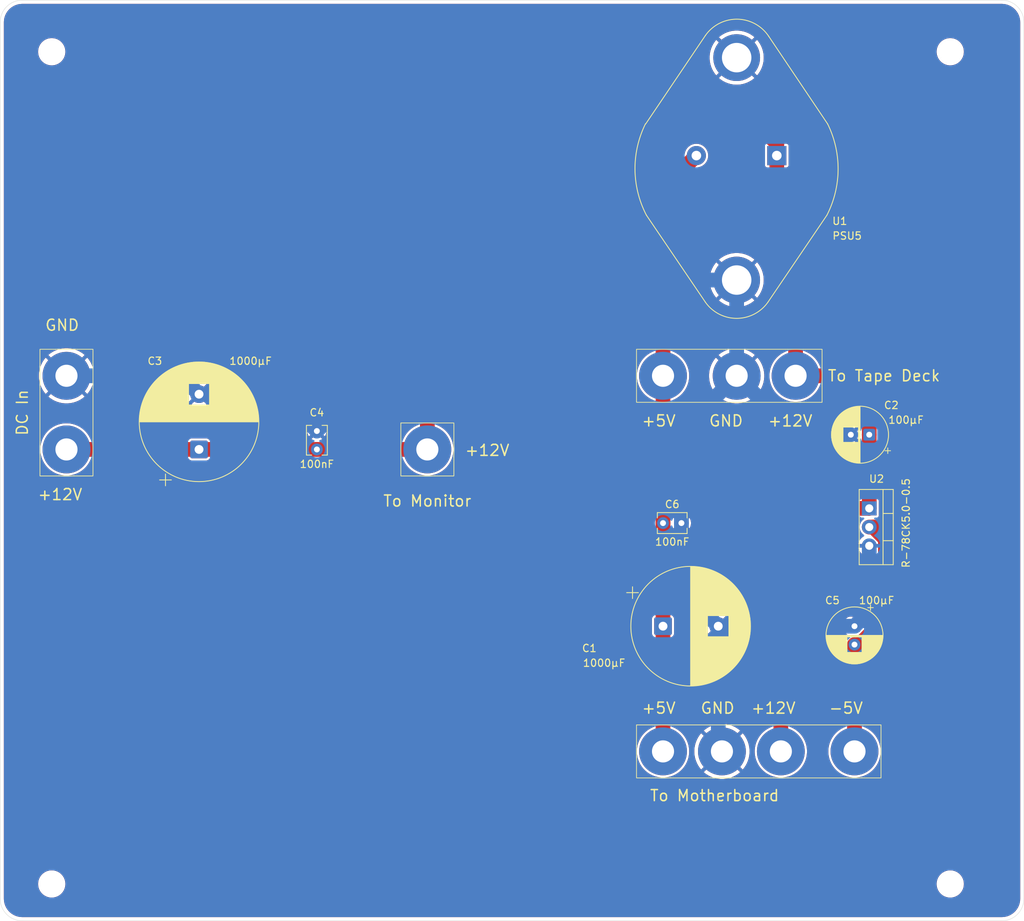
<source format=kicad_pcb>
(kicad_pcb (version 20241229) (generator "pcbnew") (generator_version "9.0")
  (layers (0 "F.Cu" signal) (2 "B.Cu" signal) (13 "F.Paste" user) (15 "B.Paste" user) (5 "F.SilkS" user "F.Silkscreen") (7 "B.SilkS" user "B.Silkscreen") (1 "F.Mask" user) (3 "B.Mask" user) (25 "Edge.Cuts" user))
  (net 0 "")
  (net 1 "/GND")
  (net 2 "/+12V")
  (net 3 "/+5V")
  (net 4 "/-5V")
  (footprint "Package_TO_SOT_THT:TO-3" (layer "F.Cu") (at 188.95 54.1 -90)
    (property "Reference" "U1" (at 8.9 -8.55 180) (layer "F.SilkS"))
    (property "Value" "PSU5" (at 10.9 -9.55 180) (layer "F.SilkS"))
    (pad "1" thru_hole rect (at 0 0 270) (size 2.6 2.6) (drill 1.3) (layers "*.Cu" "*.Mask") (net 2 "/+12V"))
    (pad "2" thru_hole circle (at 0 10.92 270) (size 2.6 2.6) (drill 1.3) (layers "*.Cu" "*.Mask") (net 3 "/+5V"))
    (pad "3" thru_hole circle (at -13.3 5.45 270) (size 6.35 6.35) (drill 4) (layers "*.Cu" "*.Mask") (net 1 "/GND"))
    (pad "3" thru_hole circle (at 16.9 5.45 270) (size 6.35 6.35) (drill 4) (layers "*.Cu" "*.Mask") (net 1 "/GND"))
  )
  (footprint "Capacitor_THT:C_Disc_D3.8mm_W2.6mm_P2.50mm" (layer "F.Cu") (at 173.5 104)
    (property "Reference" "C6" (at 1.25 -2.55 0) (layer "F.SilkS"))
    (property "Value" "100nF" (at 1.25 2.55 0) (layer "F.SilkS"))
    (pad "1" thru_hole circle (at 0 0) (size 1.6 1.6) (drill 0.8) (layers "*.Cu" "*.Mask") (net 3 "/+5V"))
    (pad "2" thru_hole circle (at 2.5 0) (size 1.6 1.6) (drill 0.8) (layers "*.Cu" "*.Mask") (net 1 "/GND"))
  )
  (footprint "MountingHole:MountingHole_3.2mm_M3" (layer "F.Cu") (at 90.5 153)
    (property "Reference" "H2" (hide yes))
    (property "Value" "MountingHole" (hide yes))
    (pad "" np_thru_hole circle (at 0 0) (size 3.2 3.2) (drill 3.2) (layers "*.Cu" "*.Mask"))
  )
  (footprint "MountingHole:MountingHole_3.2mm_M3" (layer "F.Cu") (at 90.5 40)
    (property "Reference" "H1" (hide yes))
    (property "Value" "MountingHole" (hide yes))
    (pad "" np_thru_hole circle (at 0 0) (size 3.2 3.2) (drill 3.2) (layers "*.Cu" "*.Mask"))
  )
  (footprint "MountingHole:MountingHole_3.2mm_M3" (layer "F.Cu") (at 212.5 40)
    (property "Reference" "H3" (hide yes))
    (property "Value" "MountingHole" (hide yes))
    (pad "" np_thru_hole circle (at 0 0) (size 3.2 3.2) (drill 3.2) (layers "*.Cu" "*.Mask"))
  )
  (footprint "Capacitor_THT:C_Disc_D3.8mm_W2.6mm_P2.50mm" (layer "F.Cu") (at 126.5 94 90)
    (property "Reference" "C4" (at 5 0 180) (layer "F.SilkS"))
    (property "Value" "100nF" (at -2 0 180) (layer "F.SilkS"))
    (pad "1" thru_hole circle (at 0 0 90) (size 1.6 1.6) (drill 0.8) (layers "*.Cu" "*.Mask") (net 2 "/+12V"))
    (pad "2" thru_hole circle (at 2.5 0 90) (size 1.6 1.6) (drill 0.8) (layers "*.Cu" "*.Mask") (net 1 "/GND"))
  )
  (footprint "Capacitor_THT:CP_Radial_D7.5mm_P2.50mm" (layer "F.Cu") (at 199.5 118 -90)
    (property "Reference" "C5" (at -3.5 3 180) (layer "F.SilkS"))
    (property "Value" "100µF" (at -3.5 -3 180) (layer "F.SilkS"))
    (pad "1" thru_hole roundrect (at 0 0 270) (size 1.6 1.6) (drill 0.8) (layers "*.Cu" "*.Mask") (roundrect_rratio 0.15625) (net 1 "/GND"))
    (pad "2" thru_hole circle (at 2.5 0 270) (size 1.6 1.6) (drill 0.8) (layers "*.Cu" "*.Mask") (net 4 "/-5V"))
  )
  (footprint "Clueless_Engineer:TJC1-4A" (layer "F.Cu") (at 199.5 135 180)
    (property "Reference" "J1" (hide yes))
    (property "Value" "To Motherboard" (at 19 -6 0) (layer "F.SilkS") (effects (font (size 1.5 1.5) (thickness 0.2))))
    (pad "1" thru_hole circle (at 0 0 180) (size 6.5 6.5) (drill 3) (layers "*.Cu" "*.Mask") (net 4 "/-5V"))
    (pad "2" thru_hole circle (at 10 0 180) (size 6.5 6.5) (drill 3) (layers "*.Cu" "*.Mask") (net 2 "/+12V"))
    (pad "3" thru_hole circle (at 18 0 180) (size 6.5 6.5) (drill 3) (layers "*.Cu" "*.Mask") (net 1 "/GND"))
    (pad "4" thru_hole circle (at 26 0 180) (size 6.5 6.5) (drill 3) (layers "*.Cu" "*.Mask") (net 3 "/+5V"))
  )
  (footprint "MountingHole:MountingHole_3.2mm_M3" (layer "F.Cu") (at 212.5 153)
    (property "Reference" "H4" (hide yes))
    (property "Value" "MountingHole" (hide yes))
    (pad "" np_thru_hole circle (at 0 0) (size 3.2 3.2) (drill 3.2) (layers "*.Cu" "*.Mask"))
  )
  (footprint "Clueless_Engineer:TJC1-3A" (layer "F.Cu") (at 173.5 84)
    (property "Reference" "J3" (hide yes))
    (property "Value" "To Tape Deck" (at 30 0 0) (layer "F.SilkS") (effects (font (size 1.5 1.5) (thickness 0.2))))
    (pad "1" thru_hole circle (at 0 0) (size 6.5 6.5) (drill 3) (layers "*.Cu" "*.Mask") (net 3 "/+5V"))
    (pad "2" thru_hole circle (at 10 0) (size 6.5 6.5) (drill 3) (layers "*.Cu" "*.Mask") (net 1 "/GND"))
    (pad "3" thru_hole circle (at 18 0) (size 6.5 6.5) (drill 3) (layers "*.Cu" "*.Mask") (net 2 "/+12V"))
  )
  (footprint "Capacitor_THT:CP_Radial_D16.0mm_P7.50mm" (layer "F.Cu") (at 110.5 94 90)
    (property "Reference" "C3" (at 12 -6 180) (layer "F.SilkS"))
    (property "Value" "1000µF" (at 12 7 180) (layer "F.SilkS"))
    (pad "1" thru_hole roundrect (at 0 0 90) (size 2.4 2.4) (drill 1.2) (layers "*.Cu" "*.Mask") (roundrect_rratio 0.104167) (net 2 "/+12V"))
    (pad "2" thru_hole circle (at 7.5 0 90) (size 2.4 2.4) (drill 1.2) (layers "*.Cu" "*.Mask") (net 1 "/GND"))
  )
  (footprint "Capacitor_THT:CP_Radial_D16.0mm_P7.50mm" (layer "F.Cu") (at 173.5 118)
    (property "Reference" "C1" (at -10 3 180) (layer "F.SilkS"))
    (property "Value" "1000µF" (at -8 5 180) (layer "F.SilkS"))
    (pad "1" thru_hole roundrect (at 0 0) (size 2.4 2.4) (drill 1.2) (layers "*.Cu" "*.Mask") (roundrect_rratio 0.104167) (net 3 "/+5V"))
    (pad "2" thru_hole circle (at 7.5 0) (size 2.4 2.4) (drill 1.2) (layers "*.Cu" "*.Mask") (net 1 "/GND"))
  )
  (footprint "Clueless_Engineer:TJC1-2A" (layer "F.Cu") (at 92.5 84 -90)
    (property "Reference" "J2" (hide yes))
    (property "Value" "DC In" (at 5 6 90) (layer "F.SilkS") (effects (font (size 1.5 1.5) (thickness 0.2))))
    (pad "1" thru_hole circle (at 0 0 270) (size 6.5 6.5) (drill 3) (layers "*.Cu" "*.Mask") (net 1 "/GND"))
    (pad "2" thru_hole circle (at 10 0 270) (size 6.5 6.5) (drill 3) (layers "*.Cu" "*.Mask") (net 2 "/+12V"))
  )
  (footprint "Capacitor_THT:CP_Radial_D7.5mm_P2.50mm" (layer "F.Cu") (at 201.5 92 180)
    (property "Reference" "C2" (at -3 4 0) (layer "F.SilkS"))
    (property "Value" "100µF" (at -5 2 0) (layer "F.SilkS"))
    (pad "1" thru_hole roundrect (at 0 0 180) (size 1.6 1.6) (drill 0.8) (layers "*.Cu" "*.Mask") (roundrect_rratio 0.15625) (net 2 "/+12V"))
    (pad "2" thru_hole circle (at 2.5 0 180) (size 1.6 1.6) (drill 0.8) (layers "*.Cu" "*.Mask") (net 1 "/GND"))
  )
  (footprint "Package_TO_SOT_THT:TO-220-3_Vertical" (layer "F.Cu") (at 201.5 102 -90)
    (property "Reference" "U2" (at -4 -1 180) (layer "F.SilkS"))
    (property "Value" "R-78CK5.0-0.5" (at 2 -5 270) (layer "F.SilkS"))
    (pad "1" thru_hole rect (at 0 0 270) (size 1.905 2) (drill 1.1) (layers "*.Cu" "*.Mask") (net 2 "/+12V"))
    (pad "2" thru_hole oval (at 2.54 0 270) (size 1.905 2) (drill 1.1) (layers "*.Cu" "*.Mask") (net 4 "/-5V"))
    (pad "3" thru_hole oval (at 5.08 0 270) (size 1.905 2) (drill 1.1) (layers "*.Cu" "*.Mask") (net 1 "/GND"))
  )
  (footprint "Clueless_Engineer:TJC1-1A" (layer "F.Cu") (at 141.5 94)
    (property "Reference" "J4" (hide yes))
    (property "Value" "To Monitor" (at 0 7 0) (layer "F.SilkS") (effects (font (size 1.5 1.5) (thickness 0.2))))
    (pad "1" thru_hole circle (at 0 0) (size 6.5 6.5) (drill 3) (layers "*.Cu" "*.Mask") (net 2 "/+12V"))
  )
  (gr_line (start 219.5 158) (end 86.5 158) (stroke (width 0.05)) (layer "Edge.Cuts"))
  (gr_line (start 83.5 155) (end 83.5 36) (stroke (width 0.05)) (layer "Edge.Cuts"))
  (gr_line (start 222.5 36) (end 222.5 155) (stroke (width 0.05)) (layer "Edge.Cuts"))
  (gr_line (start 86.5 33) (end 219.5 33) (stroke (width 0.05)) (layer "Edge.Cuts"))
  (gr_arc (start 86.5 158) (mid 84.37868 157.12132) (end 83.5 155) (stroke (width 0.05)) (layer "Edge.Cuts"))
  (gr_arc (start 222.5 155) (mid 221.62132 157.12132) (end 219.5 158) (stroke (width 0.05)) (layer "Edge.Cuts"))
  (gr_arc (start 219.5 33) (mid 221.62132 33.87868) (end 222.5 36) (stroke (width 0.05)) (layer "Edge.Cuts"))
  (gr_arc (start 83.5 36) (mid 84.37868 33.87868) (end 86.5 33) (stroke (width 0.05)) (layer "Edge.Cuts"))
  (gr_text "+12V" (at 146.5 95 0) (layer "F.SilkS") (effects (font (size 1.5 1.5) (thickness 0.2)) (justify left bottom)))
  (gr_text "+12V" (at 88.5 101 0) (layer "F.SilkS") (effects (font (size 1.5 1.5) (thickness 0.2)) (justify left bottom)))
  (gr_text "+5V    GND   +12V" (at 170.5 91 0) (layer "F.SilkS") (effects (font (size 1.5 1.5) (thickness 0.2)) (justify left bottom)))
  (gr_text "+5V   GND  +12V    -5V" (at 170.5 130 0) (layer "F.SilkS") (effects (font (size 1.5 1.5) (thickness 0.2)) (justify left bottom)))
  (gr_text "GND" (at 89.5 78 0) (layer "F.SilkS") (effects (font (size 1.5 1.5) (thickness 0.2)) (justify left bottom)))
  (segment (start 176 91.5) (end 183.5 84) (width 2) (layer "B.Cu") (net 1))
  (segment (start 176 104) (end 176 91.5) (width 2) (layer "B.Cu") (net 1))
  (segment (start 181 134.5) (end 181.5 135) (width 2) (layer "B.Cu") (net 1))
  (segment (start 147 71) (end 183.5 71) (width 2) (layer "B.Cu") (net 1))
  (segment (start 121.5 86.5) (end 126.5 91.5) (width 2) (layer "B.Cu") (net 1))
  (segment (start 191.5 92) (end 199 92) (width 2) (layer "B.Cu") (net 1))
  (segment (start 92.5 84) (end 108 84) (width 2) (layer "B.Cu") (net 1))
  (segment (start 201.5 116) (end 199.5 118) (width 2) (layer "B.Cu") (net 1))
  (segment (start 183.5 84) (end 191.5 92) (width 2) (layer "B.Cu") (net 1))
  (segment (start 183.5 84) (end 183.5 71) (width 2) (layer "B.Cu") (net 1))
  (segment (start 181 118) (end 199.5 118) (width 2) (layer "B.Cu") (net 1))
  (segment (start 108 84) (end 110.5 86.5) (width 2) (layer "B.Cu") (net 1))
  (segment (start 110.5 86.5) (end 121.5 86.5) (width 2) (layer "B.Cu") (net 1))
  (segment (start 126.5 91.5) (end 147 71) (width 2) (layer "B.Cu") (net 1))
  (segment (start 201.5 107.08) (end 201.5 116) (width 2) (layer "B.Cu") (net 1))
  (segment (start 176 104) (end 176 113) (width 2) (layer "B.Cu") (net 1))
  (segment (start 176 113) (end 181 118) (width 2) (layer "B.Cu") (net 1))
  (segment (start 181 118) (end 181 134.5) (width 2) (layer "B.Cu") (net 1))
  (segment (start 188.95 52.45) (end 188.95 54.1) (width 2) (layer "F.Cu") (net 2))
  (segment (start 188.95 56.45) (end 191.5 59) (width 2) (layer "F.Cu") (net 2))
  (segment (start 141.5 94) (end 141.5 82) (width 2) (layer "F.Cu") (net 2))
  (segment (start 126.5 94) (end 141.5 94) (width 2) (layer "F.Cu") (net 2))
  (segment (start 175.5 48) (end 184.5 48) (width 2) (layer "F.Cu") (net 2))
  (segment (start 189.5 110.522316) (end 189.5 135) (width 2) (layer "F.Cu") (net 2))
  (segment (start 201.5 92) (end 201.5 102) (width 2) (layer "F.Cu") (net 2))
  (segment (start 188.95 54.1) (end 188.95 56.45) (width 2) (layer "F.Cu") (net 2))
  (segment (start 191.5 59) (end 191.5 84) (width 2) (layer "F.Cu") (net 2))
  (segment (start 196.096194 84) (end 201.5 89.403806) (width 2) (layer "F.Cu") (net 2))
  (segment (start 198.022316 102) (end 189.5 110.522316) (width 2) (layer "F.Cu") (net 2))
  (segment (start 92.5 94) (end 110.5 94) (width 2) (layer "F.Cu") (net 2))
  (segment (start 110.5 94) (end 126.5 94) (width 2) (layer "F.Cu") (net 2))
  (segment (start 184.5 48) (end 188.95 52.45) (width 2) (layer "F.Cu") (net 2))
  (segment (start 201.5 89.403806) (end 201.5 92) (width 2) (layer "F.Cu") (net 2))
  (segment (start 191.5 84) (end 196.096194 84) (width 2) (layer "F.Cu") (net 2))
  (segment (start 201.5 102) (end 198.022316 102) (width 2) (layer "F.Cu") (net 2))
  (segment (start 141.5 82) (end 175.5 48) (width 2) (layer "F.Cu") (net 2))
  (segment (start 173.5 118) (end 173.5 135) (width 2) (layer "F.Cu") (net 3))
  (segment (start 173.5 58.63) (end 173.5 84) (width 2) (layer "F.Cu") (net 3))
  (segment (start 178.03 54.1) (end 173.5 58.63) (width 2) (layer "F.Cu") (net 3))
  (segment (start 173.5 84) (end 173.5 104) (width 2) (layer "F.Cu") (net 3))
  (segment (start 173.5 104) (end 173.5 118) (width 2) (layer "F.Cu") (net 3))
  (segment (start 201.5 104.54) (end 202.053009 104.54) (width 2) (layer "F.Cu") (net 4))
  (segment (start 199.5 120.5) (end 199.5 135) (width 2) (layer "F.Cu") (net 4))
  (segment (start 203.701 116.95795) (end 200.15895 120.5) (width 2) (layer "F.Cu") (net 4))
  (segment (start 202.053009 104.54) (end 203.701 106.187991) (width 2) (layer "F.Cu") (net 4))
  (segment (start 203.701 106.187991) (end 203.701 116.95795) (width 2) (layer "F.Cu") (net 4))
  (segment (start 200.15895 120.5) (end 199.5 120.5) (width 2) (layer "F.Cu") (net 4))
  (zone (net 1) (net_name "/GND") (layers "F.Cu" "B.Cu") (connect_pads (clearance 0.3)) (min_thickness 0.25) (fill yes (thermal_gap 0.5) (thermal_bridge_width 0.5))
    (polygon (pts (xy 83.5 33) (xy 222.5 33) (xy 222.5 158) (xy 83.5 158)))
  )
)
</source>
